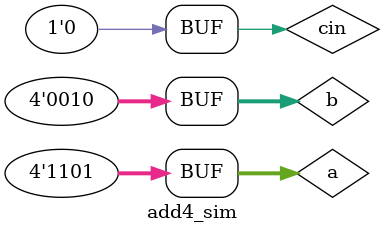
<source format=v>
`timescale 1ns / 1ps


`timescale 1ns / 1ps  
module add4_sim( ); //input 
    reg [3:0] a = 4'd7; 
    reg [3:0] b = 4'd6;  
    reg cin= 0; //±ØÐëÎª 0 
    //output 
    wire [3:0]sum; 
    wire cout; 
    add4 U(.a(a),.b(b),.cin(cin),.sum(sum),.cout(cout)); //µ÷ÓÃ·½·¨ 2£¬Ã¿Ò»±äÁ¿µÄµ÷ÓÃ¸ñÊ½Îª.[×ÓÄ£¿é±äÁ¿Ãû]([µ±Ç°Ä£¿é±äÁ¿Ãû]) 
    initial begin 
    #20 begin a = 4'd15;b = 4'd1;end  //¼Ó·¨Òç³ö 
    #20 begin a = 4'd13;b = 4'd2;
    end  
end endmodule

</source>
